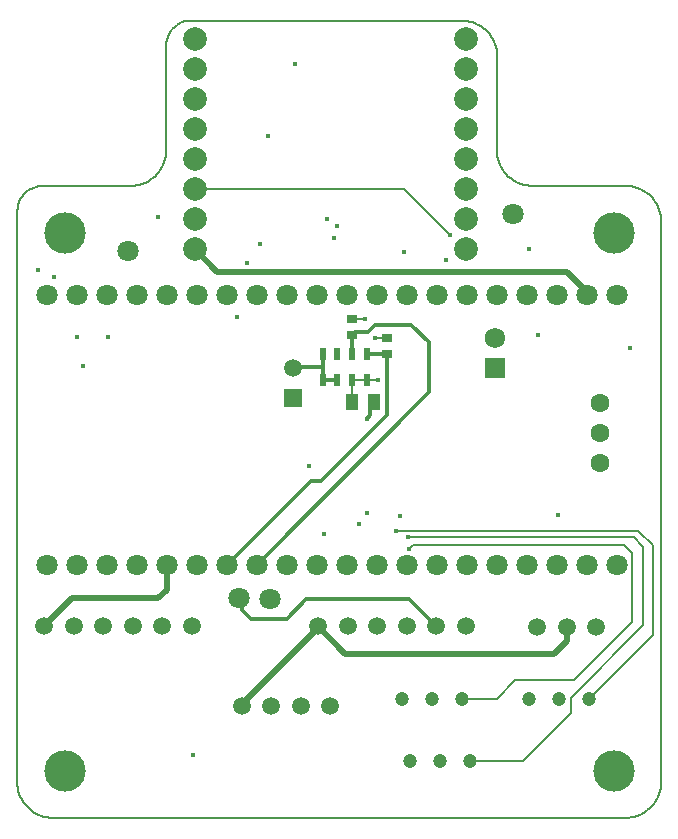
<source format=gbl>
G04*
G04 #@! TF.GenerationSoftware,Altium Limited,Altium Designer,22.4.2 (48)*
G04*
G04 Layer_Physical_Order=4*
G04 Layer_Color=16711680*
%FSLAX44Y44*%
%MOMM*%
G71*
G04*
G04 #@! TF.SameCoordinates,AE55E6FE-B37C-48CA-A5CC-AE0976963D19*
G04*
G04*
G04 #@! TF.FilePolarity,Positive*
G04*
G01*
G75*
%ADD11C,0.5000*%
%ADD12C,0.2000*%
%ADD13C,0.3000*%
%ADD14C,0.4000*%
%ADD19C,0.2032*%
%ADD20R,1.0000X1.4000*%
%ADD28R,0.9500X0.8000*%
%ADD56C,1.6000*%
%ADD65C,3.5000*%
%ADD66C,1.5000*%
%ADD67C,1.8000*%
%ADD68C,2.0000*%
%ADD69C,1.2000*%
%ADD70R,1.5000X1.5000*%
%ADD71R,1.7250X1.7250*%
%ADD72C,1.7250*%
%ADD74R,0.6000X1.1000*%
D11*
X150172Y481251D02*
X168971Y462452D01*
X464949D01*
X481882Y445519D01*
Y442934D02*
Y445519D01*
X454077Y139014D02*
X465056Y149993D01*
X277738Y139014D02*
X454077D01*
X465056Y149993D02*
Y161640D01*
X254585Y162166D02*
X277738Y139014D01*
X189908Y94964D02*
Y96226D01*
X254585Y160904D02*
Y162166D01*
X189908Y96226D02*
X254585Y160904D01*
X119343Y186216D02*
X126282Y193155D01*
Y214334D01*
X46578Y186216D02*
X119343D01*
X22643Y162282D02*
X46578Y186216D01*
D12*
X295989Y370904D02*
X305579D01*
X320998Y243146D02*
X525457D01*
X331707Y227764D02*
X334937Y230994D01*
X330329Y237606D02*
X521992D01*
X529930Y229669D01*
X283673Y422317D02*
X294578D01*
X302439Y406446D02*
X312723D01*
X150172Y532051D02*
X327732D01*
X366192Y493591D01*
X513699Y230994D02*
X520582Y224110D01*
X334937Y230994D02*
X513699D01*
X520582Y165798D02*
Y224110D01*
X471109Y116325D02*
X520582Y165798D01*
X421425Y116325D02*
X471109D01*
X406052Y100952D02*
X421425Y116325D01*
X376586Y100952D02*
X406052D01*
X525457Y243146D02*
X537818Y230785D01*
Y154793D02*
Y230785D01*
X529930Y163040D02*
Y229669D01*
X468577Y88609D02*
Y101687D01*
X428256Y48288D02*
X468577Y88609D01*
X383019Y48288D02*
X428256D01*
X468577Y101687D02*
X529930Y163040D01*
X483677Y100653D02*
X537818Y154793D01*
X283489Y370904D02*
X295989D01*
X283489D02*
X283732Y370661D01*
Y352086D02*
Y370661D01*
D13*
X295868Y337928D02*
X298732Y340793D01*
Y348586D01*
X302232Y352086D01*
X258489Y381904D02*
Y392904D01*
Y370904D02*
Y381904D01*
X234217D02*
X258489D01*
X233480Y381168D02*
X234217Y381904D01*
X258489Y370904D02*
X270989D01*
X348304Y360156D02*
Y402497D01*
X202482Y214334D02*
X348304Y360156D01*
X283489Y408632D02*
X283673Y408817D01*
X283489Y392904D02*
Y408632D01*
X286011Y411155D02*
X296688D01*
X302860Y417328D01*
X333474D01*
X283673Y408817D02*
X286011Y411155D01*
X296031Y392946D02*
X312723D01*
X295989Y392904D02*
X296031Y392946D01*
X312723Y341124D02*
Y392946D01*
X257055Y285455D02*
X312723Y341124D01*
X177082Y214334D02*
X248204Y285455D01*
X257055D01*
X333474Y417328D02*
X348304Y402497D01*
X187409Y185982D02*
X190279Y183112D01*
Y176056D02*
Y183112D01*
X197697Y168637D02*
X227922D01*
X190279Y176056D02*
X197697Y168637D01*
X227922D02*
X244604Y185320D01*
X331432D01*
X354585Y162166D01*
D14*
X295868Y337928D02*
D03*
X324079Y255805D02*
D03*
X31240Y457572D02*
D03*
X17159Y463467D02*
D03*
X305579Y370904D02*
D03*
X320998Y243146D02*
D03*
X331707Y227764D02*
D03*
X330329Y237606D02*
D03*
X246713Y297918D02*
D03*
X148328Y53364D02*
D03*
X185576Y424319D02*
D03*
X294578Y422317D02*
D03*
X302439Y406446D02*
D03*
X457402Y256274D02*
D03*
X518680Y397548D02*
D03*
X440862Y408744D02*
D03*
X433539Y481949D02*
D03*
X363086Y472259D02*
D03*
X327440Y478696D02*
D03*
X234920Y638504D02*
D03*
X211814Y577180D02*
D03*
X261893Y507208D02*
D03*
X119398Y509050D02*
D03*
X205320Y485699D02*
D03*
X55489Y382588D02*
D03*
X270511Y500850D02*
D03*
X268117Y490522D02*
D03*
X77091Y407335D02*
D03*
X50354Y407417D02*
D03*
X259620Y240669D02*
D03*
X366192Y493591D02*
D03*
X194329Y469492D02*
D03*
X296197Y257730D02*
D03*
X289054Y248970D02*
D03*
D19*
X406086Y565073D02*
X406189Y562589D01*
X406496Y560122D01*
X407006Y557689D01*
X407716Y555307D01*
X408619Y552991D01*
X409711Y550757D01*
X410984Y548622D01*
X412428Y546599D01*
X414035Y544702D01*
X415793Y542944D01*
X417690Y541337D01*
X419713Y539893D01*
X421848Y538620D01*
X424082Y537528D01*
X426398Y536625D01*
X428780Y535915D01*
X431213Y535405D01*
X433680Y535098D01*
X436164Y534995D01*
X406086Y644998D02*
X405983Y647476D01*
X405676Y649936D01*
X405167Y652363D01*
X404460Y654740D01*
X403558Y657050D01*
X402469Y659278D01*
X401200Y661408D01*
X399759Y663426D01*
X398156Y665319D01*
X396403Y667072D01*
X394510Y668675D01*
X392492Y670116D01*
X390362Y671385D01*
X388134Y672474D01*
X385824Y673376D01*
X383447Y674083D01*
X381020Y674592D01*
X378560Y674899D01*
X376082Y675001D01*
X514984Y1D02*
X517463Y103D01*
X519925Y410D01*
X522353Y919D01*
X524731Y1627D01*
X527043Y2529D01*
X529271Y3619D01*
X531403Y4889D01*
X533422Y6330D01*
X535315Y7934D01*
X537070Y9688D01*
X538673Y11581D01*
X540115Y13600D01*
X541385Y15732D01*
X542474Y17961D01*
X543376Y20272D01*
X544084Y22650D01*
X544593Y25078D01*
X544900Y27540D01*
X545003Y30019D01*
X545003Y504993D02*
X544900Y507470D01*
X544593Y509931D01*
X544085Y512358D01*
X543377Y514734D01*
X542476Y517044D01*
X541386Y519272D01*
X540117Y521402D01*
X538676Y523420D01*
X537074Y525313D01*
X535320Y527066D01*
X533428Y528669D01*
X531410Y530109D01*
X529280Y531379D01*
X527052Y532468D01*
X524742Y533369D01*
X522366Y534077D01*
X519939Y534586D01*
X517478Y534892D01*
X515000Y534995D01*
X147201Y675001D02*
X144643Y674847D01*
X142123Y674385D01*
X139678Y673623D01*
X137341Y672571D01*
X135149Y671246D01*
X133132Y669666D01*
X131321Y667855D01*
X129741Y665838D01*
X128415Y663645D01*
X127364Y661309D01*
X126602Y658863D01*
X126140Y656343D01*
X125985Y653786D01*
X95967Y534995D02*
X98446Y535097D01*
X100907Y535404D01*
X103336Y535913D01*
X105714Y536621D01*
X108025Y537523D01*
X110254Y538613D01*
X112385Y539883D01*
X114404Y541325D01*
X116298Y542928D01*
X118052Y544682D01*
X119655Y546576D01*
X121097Y548595D01*
X122367Y550726D01*
X123457Y552955D01*
X124359Y555266D01*
X125066Y557644D01*
X125576Y560072D01*
X125883Y562534D01*
X125985Y565013D01*
X2Y30039D02*
X105Y27558D01*
X412Y25094D01*
X922Y22665D01*
X1630Y20285D01*
X2532Y17973D01*
X3623Y15742D01*
X4894Y13609D01*
X6336Y11589D01*
X7941Y9694D01*
X9696Y7939D01*
X11591Y6334D01*
X13611Y4892D01*
X15744Y3621D01*
X17974Y2531D01*
X20287Y1628D01*
X22666Y920D01*
X25096Y410D01*
X27560Y103D01*
X30040Y1D01*
X21261Y534995D02*
X18699Y534840D01*
X16173Y534377D01*
X13723Y533613D01*
X11382Y532560D01*
X9185Y531232D01*
X7164Y529648D01*
X5349Y527833D01*
X3765Y525812D01*
X2437Y523615D01*
X1384Y521275D01*
X620Y518824D01*
X157Y516299D01*
X2Y513736D01*
X406086Y644997D02*
X406086Y565073D01*
X147201Y675001D02*
X376082D01*
X545003Y30019D02*
Y504992D01*
X436164Y534995D02*
X515000D01*
X125985Y565013D02*
X125985Y653786D01*
X21261Y534995D02*
X95967D01*
X30040Y1D02*
X514984D01*
X2Y30039D02*
Y513736D01*
D20*
X302232Y352086D02*
D03*
X283732D02*
D03*
D28*
X312723Y406446D02*
D03*
Y392946D02*
D03*
X283673Y422317D02*
D03*
Y408817D02*
D03*
D56*
X493617Y300642D02*
D03*
Y326042D02*
D03*
Y351442D02*
D03*
D65*
X505000Y40000D02*
D03*
X40000D02*
D03*
Y495003D02*
D03*
X505000Y495000D02*
D03*
D66*
X254585Y162166D02*
D03*
X279585D02*
D03*
X304585D02*
D03*
X329585D02*
D03*
X354585D02*
D03*
X379585D02*
D03*
X189908Y94964D02*
D03*
X214908D02*
D03*
X239908D02*
D03*
X264908D02*
D03*
X22643Y162282D02*
D03*
X47643D02*
D03*
X72643D02*
D03*
X97643D02*
D03*
X122643D02*
D03*
X147643D02*
D03*
X233480Y381168D02*
D03*
X490056Y161640D02*
D03*
X465056D02*
D03*
X440056D02*
D03*
D67*
X507282Y214334D02*
D03*
X481882D02*
D03*
X456482D02*
D03*
X431082D02*
D03*
X405682D02*
D03*
X380282D02*
D03*
X354882D02*
D03*
X329482D02*
D03*
X304082D02*
D03*
X278682D02*
D03*
X253282D02*
D03*
X227882D02*
D03*
X202482D02*
D03*
X177082D02*
D03*
X151682D02*
D03*
X126282D02*
D03*
X100882D02*
D03*
X75482D02*
D03*
X50082D02*
D03*
X24682D02*
D03*
X507282Y442934D02*
D03*
X481882D02*
D03*
X456482D02*
D03*
X431082D02*
D03*
X405682D02*
D03*
X380282D02*
D03*
X354882D02*
D03*
X329482D02*
D03*
X304082D02*
D03*
X278682D02*
D03*
X253282D02*
D03*
X227882D02*
D03*
X202482D02*
D03*
X177082D02*
D03*
X151682D02*
D03*
X126282D02*
D03*
X100882D02*
D03*
X75482D02*
D03*
X50082D02*
D03*
X24682D02*
D03*
X419365Y510941D02*
D03*
X213494Y185565D02*
D03*
X187409Y185982D02*
D03*
X93882Y479897D02*
D03*
D68*
X150172Y481251D02*
D03*
Y506651D02*
D03*
Y532051D02*
D03*
Y557451D02*
D03*
Y582851D02*
D03*
Y608251D02*
D03*
Y633651D02*
D03*
Y659051D02*
D03*
X380172Y481251D02*
D03*
Y506651D02*
D03*
Y532051D02*
D03*
Y557451D02*
D03*
Y582851D02*
D03*
Y608251D02*
D03*
Y633651D02*
D03*
Y659051D02*
D03*
D69*
X483677Y100653D02*
D03*
X458277D02*
D03*
X432877D02*
D03*
X383019Y48288D02*
D03*
X357619D02*
D03*
X332219D02*
D03*
X376586Y100952D02*
D03*
X351185D02*
D03*
X325785D02*
D03*
D70*
X233480Y355768D02*
D03*
D71*
X404785Y381067D02*
D03*
D72*
Y406467D02*
D03*
D74*
X270989Y370904D02*
D03*
X258489D02*
D03*
X295989D02*
D03*
X283489D02*
D03*
X258489Y392904D02*
D03*
X295989D02*
D03*
X270989D02*
D03*
X283489D02*
D03*
M02*

</source>
